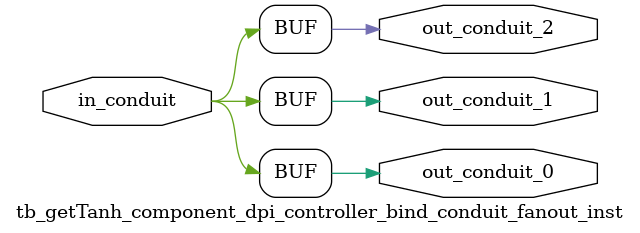
<source format=sv>


 


// --------------------------------------------------------------------------------
//| Avalon Conduit Fan-Out
// --------------------------------------------------------------------------------

// ------------------------------------------
// Generation parameters:
//   output_name:       tb_getTanh_component_dpi_controller_bind_conduit_fanout_inst
//   numFanOut:         3
//   
// ------------------------------------------

module tb_getTanh_component_dpi_controller_bind_conduit_fanout_inst (     

// Interface: out_conduit_0
 output                    out_conduit_0,
// Interface: out_conduit_1
 output                    out_conduit_1,
// Interface: out_conduit_2
 output                    out_conduit_2,

// Interface: in_conduit
 input                   in_conduit

);

   assign  out_conduit_0 = in_conduit;
   assign  out_conduit_1 = in_conduit;
   assign  out_conduit_2 = in_conduit;

endmodule //


</source>
